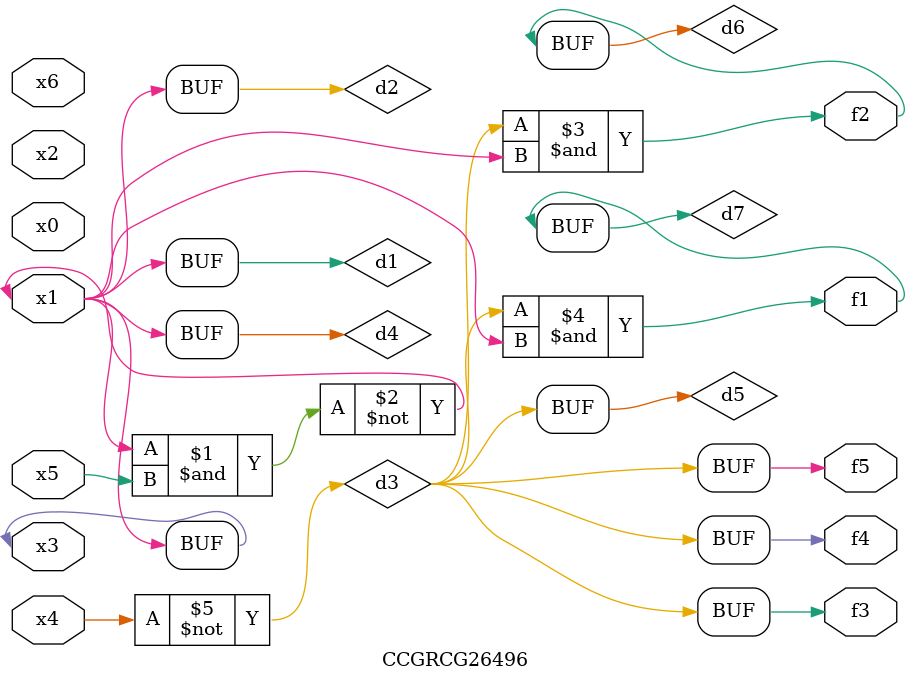
<source format=v>
module CCGRCG26496(
	input x0, x1, x2, x3, x4, x5, x6,
	output f1, f2, f3, f4, f5
);

	wire d1, d2, d3, d4, d5, d6, d7;

	buf (d1, x1, x3);
	nand (d2, x1, x5);
	not (d3, x4);
	buf (d4, d1, d2);
	buf (d5, d3);
	and (d6, d3, d4);
	and (d7, d3, d4);
	assign f1 = d7;
	assign f2 = d6;
	assign f3 = d5;
	assign f4 = d5;
	assign f5 = d5;
endmodule

</source>
